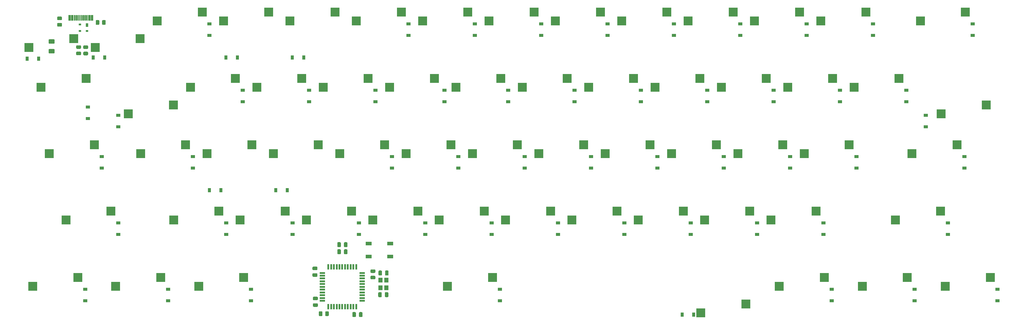
<source format=gbr>
%TF.GenerationSoftware,KiCad,Pcbnew,(5.1.10)-1*%
%TF.CreationDate,2021-07-03T15:19:39+09:00*%
%TF.ProjectId,pcb,7063622e-6b69-4636-9164-5f7063625858,rev?*%
%TF.SameCoordinates,Original*%
%TF.FileFunction,Paste,Bot*%
%TF.FilePolarity,Positive*%
%FSLAX46Y46*%
G04 Gerber Fmt 4.6, Leading zero omitted, Abs format (unit mm)*
G04 Created by KiCad (PCBNEW (5.1.10)-1) date 2021-07-03 15:19:39*
%MOMM*%
%LPD*%
G01*
G04 APERTURE LIST*
%ADD10R,1.200000X1.400000*%
%ADD11R,1.500000X0.550000*%
%ADD12R,0.550000X1.500000*%
%ADD13R,0.700000X1.000000*%
%ADD14R,0.700000X0.600000*%
%ADD15R,1.800000X1.100000*%
%ADD16R,2.550000X2.500000*%
%ADD17R,1.200000X0.900000*%
%ADD18R,0.900000X1.200000*%
G04 APERTURE END LIST*
D10*
%TO.C,Y1*%
X130104250Y-107399000D03*
X130104250Y-105199000D03*
X128404250Y-105199000D03*
X128404250Y-107399000D03*
%TD*%
%TO.C,USB1*%
G36*
G01*
X45293000Y-30645000D02*
X45293000Y-29195000D01*
G75*
G02*
X45343000Y-29145000I50000J0D01*
G01*
X45943000Y-29145000D01*
G75*
G02*
X45993000Y-29195000I0J-50000D01*
G01*
X45993000Y-30645000D01*
G75*
G02*
X45943000Y-30695000I-50000J0D01*
G01*
X45343000Y-30695000D01*
G75*
G02*
X45293000Y-30645000I0J50000D01*
G01*
G37*
G36*
G01*
X38843000Y-30645000D02*
X38843000Y-29195000D01*
G75*
G02*
X38893000Y-29145000I50000J0D01*
G01*
X39493000Y-29145000D01*
G75*
G02*
X39543000Y-29195000I0J-50000D01*
G01*
X39543000Y-30645000D01*
G75*
G02*
X39493000Y-30695000I-50000J0D01*
G01*
X38893000Y-30695000D01*
G75*
G02*
X38843000Y-30645000I0J50000D01*
G01*
G37*
G36*
G01*
X44518000Y-30645000D02*
X44518000Y-29195000D01*
G75*
G02*
X44568000Y-29145000I50000J0D01*
G01*
X45168000Y-29145000D01*
G75*
G02*
X45218000Y-29195000I0J-50000D01*
G01*
X45218000Y-30645000D01*
G75*
G02*
X45168000Y-30695000I-50000J0D01*
G01*
X44568000Y-30695000D01*
G75*
G02*
X44518000Y-30645000I0J50000D01*
G01*
G37*
G36*
G01*
X39618000Y-30645000D02*
X39618000Y-29195000D01*
G75*
G02*
X39668000Y-29145000I50000J0D01*
G01*
X40268000Y-29145000D01*
G75*
G02*
X40318000Y-29195000I0J-50000D01*
G01*
X40318000Y-30645000D01*
G75*
G02*
X40268000Y-30695000I-50000J0D01*
G01*
X39668000Y-30695000D01*
G75*
G02*
X39618000Y-30645000I0J50000D01*
G01*
G37*
G36*
G01*
X40468000Y-30645000D02*
X40468000Y-29195000D01*
G75*
G02*
X40518000Y-29145000I50000J0D01*
G01*
X40818000Y-29145000D01*
G75*
G02*
X40868000Y-29195000I0J-50000D01*
G01*
X40868000Y-30645000D01*
G75*
G02*
X40818000Y-30695000I-50000J0D01*
G01*
X40518000Y-30695000D01*
G75*
G02*
X40468000Y-30645000I0J50000D01*
G01*
G37*
G36*
G01*
X43968000Y-30645000D02*
X43968000Y-29195000D01*
G75*
G02*
X44018000Y-29145000I50000J0D01*
G01*
X44318000Y-29145000D01*
G75*
G02*
X44368000Y-29195000I0J-50000D01*
G01*
X44368000Y-30645000D01*
G75*
G02*
X44318000Y-30695000I-50000J0D01*
G01*
X44018000Y-30695000D01*
G75*
G02*
X43968000Y-30645000I0J50000D01*
G01*
G37*
G36*
G01*
X40968000Y-30645000D02*
X40968000Y-29195000D01*
G75*
G02*
X41018000Y-29145000I50000J0D01*
G01*
X41318000Y-29145000D01*
G75*
G02*
X41368000Y-29195000I0J-50000D01*
G01*
X41368000Y-30645000D01*
G75*
G02*
X41318000Y-30695000I-50000J0D01*
G01*
X41018000Y-30695000D01*
G75*
G02*
X40968000Y-30645000I0J50000D01*
G01*
G37*
G36*
G01*
X43468000Y-30645000D02*
X43468000Y-29195000D01*
G75*
G02*
X43518000Y-29145000I50000J0D01*
G01*
X43818000Y-29145000D01*
G75*
G02*
X43868000Y-29195000I0J-50000D01*
G01*
X43868000Y-30645000D01*
G75*
G02*
X43818000Y-30695000I-50000J0D01*
G01*
X43518000Y-30695000D01*
G75*
G02*
X43468000Y-30645000I0J50000D01*
G01*
G37*
G36*
G01*
X41468000Y-30645000D02*
X41468000Y-29195000D01*
G75*
G02*
X41518000Y-29145000I50000J0D01*
G01*
X41818000Y-29145000D01*
G75*
G02*
X41868000Y-29195000I0J-50000D01*
G01*
X41868000Y-30645000D01*
G75*
G02*
X41818000Y-30695000I-50000J0D01*
G01*
X41518000Y-30695000D01*
G75*
G02*
X41468000Y-30645000I0J50000D01*
G01*
G37*
G36*
G01*
X42968000Y-30645000D02*
X42968000Y-29195000D01*
G75*
G02*
X43018000Y-29145000I50000J0D01*
G01*
X43318000Y-29145000D01*
G75*
G02*
X43368000Y-29195000I0J-50000D01*
G01*
X43368000Y-30645000D01*
G75*
G02*
X43318000Y-30695000I-50000J0D01*
G01*
X43018000Y-30695000D01*
G75*
G02*
X42968000Y-30645000I0J50000D01*
G01*
G37*
G36*
G01*
X42468000Y-30645000D02*
X42468000Y-29195000D01*
G75*
G02*
X42518000Y-29145000I50000J0D01*
G01*
X42818000Y-29145000D01*
G75*
G02*
X42868000Y-29195000I0J-50000D01*
G01*
X42868000Y-30645000D01*
G75*
G02*
X42818000Y-30695000I-50000J0D01*
G01*
X42518000Y-30695000D01*
G75*
G02*
X42468000Y-30645000I0J50000D01*
G01*
G37*
G36*
G01*
X41968000Y-30645000D02*
X41968000Y-29195000D01*
G75*
G02*
X42018000Y-29145000I50000J0D01*
G01*
X42318000Y-29145000D01*
G75*
G02*
X42368000Y-29195000I0J-50000D01*
G01*
X42368000Y-30645000D01*
G75*
G02*
X42318000Y-30695000I-50000J0D01*
G01*
X42018000Y-30695000D01*
G75*
G02*
X41968000Y-30645000I0J50000D01*
G01*
G37*
%TD*%
D11*
%TO.C,U2*%
X111775000Y-103156250D03*
X111775000Y-103956250D03*
X111775000Y-104756250D03*
X111775000Y-105556250D03*
X111775000Y-106356250D03*
X111775000Y-107156250D03*
X111775000Y-107956250D03*
X111775000Y-108756250D03*
X111775000Y-109556250D03*
X111775000Y-110356250D03*
X111775000Y-111156250D03*
D12*
X113475000Y-112856250D03*
X114275000Y-112856250D03*
X115075000Y-112856250D03*
X115875000Y-112856250D03*
X116675000Y-112856250D03*
X117475000Y-112856250D03*
X118275000Y-112856250D03*
X119075000Y-112856250D03*
X119875000Y-112856250D03*
X120675000Y-112856250D03*
X121475000Y-112856250D03*
D11*
X123175000Y-111156250D03*
X123175000Y-110356250D03*
X123175000Y-109556250D03*
X123175000Y-108756250D03*
X123175000Y-107956250D03*
X123175000Y-107156250D03*
X123175000Y-106356250D03*
X123175000Y-105556250D03*
X123175000Y-104756250D03*
X123175000Y-103956250D03*
X123175000Y-103156250D03*
D12*
X121475000Y-101456250D03*
X120675000Y-101456250D03*
X119875000Y-101456250D03*
X119075000Y-101456250D03*
X118275000Y-101456250D03*
X117475000Y-101456250D03*
X116675000Y-101456250D03*
X115875000Y-101456250D03*
X115075000Y-101456250D03*
X114275000Y-101456250D03*
X113475000Y-101456250D03*
%TD*%
D13*
%TO.C,U1*%
X44164000Y-32013500D03*
D14*
X42164000Y-31813500D03*
X44164000Y-33713500D03*
X42164000Y-33713500D03*
%TD*%
D15*
%TO.C,SW1*%
X125074750Y-94733500D03*
X131274750Y-98433500D03*
X125074750Y-98433500D03*
X131274750Y-94733500D03*
%TD*%
%TO.C,R6*%
G36*
G01*
X112572750Y-115321501D02*
X112572750Y-114421499D01*
G75*
G02*
X112822749Y-114171500I249999J0D01*
G01*
X113347751Y-114171500D01*
G75*
G02*
X113597750Y-114421499I0J-249999D01*
G01*
X113597750Y-115321501D01*
G75*
G02*
X113347751Y-115571500I-249999J0D01*
G01*
X112822749Y-115571500D01*
G75*
G02*
X112572750Y-115321501I0J249999D01*
G01*
G37*
G36*
G01*
X110747750Y-115321501D02*
X110747750Y-114421499D01*
G75*
G02*
X110997749Y-114171500I249999J0D01*
G01*
X111522751Y-114171500D01*
G75*
G02*
X111772750Y-114421499I0J-249999D01*
G01*
X111772750Y-115321501D01*
G75*
G02*
X111522751Y-115571500I-249999J0D01*
G01*
X110997749Y-115571500D01*
G75*
G02*
X110747750Y-115321501I0J249999D01*
G01*
G37*
%TD*%
%TO.C,R5*%
G36*
G01*
X126719751Y-103168500D02*
X125819749Y-103168500D01*
G75*
G02*
X125569750Y-102918501I0J249999D01*
G01*
X125569750Y-102393499D01*
G75*
G02*
X125819749Y-102143500I249999J0D01*
G01*
X126719751Y-102143500D01*
G75*
G02*
X126969750Y-102393499I0J-249999D01*
G01*
X126969750Y-102918501D01*
G75*
G02*
X126719751Y-103168500I-249999J0D01*
G01*
G37*
G36*
G01*
X126719751Y-104993500D02*
X125819749Y-104993500D01*
G75*
G02*
X125569750Y-104743501I0J249999D01*
G01*
X125569750Y-104218499D01*
G75*
G02*
X125819749Y-103968500I249999J0D01*
G01*
X126719751Y-103968500D01*
G75*
G02*
X126969750Y-104218499I0J-249999D01*
G01*
X126969750Y-104743501D01*
G75*
G02*
X126719751Y-104993500I-249999J0D01*
G01*
G37*
%TD*%
%TO.C,R4*%
G36*
G01*
X44265001Y-38843000D02*
X43364999Y-38843000D01*
G75*
G02*
X43115000Y-38593001I0J249999D01*
G01*
X43115000Y-38067999D01*
G75*
G02*
X43364999Y-37818000I249999J0D01*
G01*
X44265001Y-37818000D01*
G75*
G02*
X44515000Y-38067999I0J-249999D01*
G01*
X44515000Y-38593001D01*
G75*
G02*
X44265001Y-38843000I-249999J0D01*
G01*
G37*
G36*
G01*
X44265001Y-40668000D02*
X43364999Y-40668000D01*
G75*
G02*
X43115000Y-40418001I0J249999D01*
G01*
X43115000Y-39892999D01*
G75*
G02*
X43364999Y-39643000I249999J0D01*
G01*
X44265001Y-39643000D01*
G75*
G02*
X44515000Y-39892999I0J-249999D01*
G01*
X44515000Y-40418001D01*
G75*
G02*
X44265001Y-40668000I-249999J0D01*
G01*
G37*
%TD*%
%TO.C,R3*%
G36*
G01*
X42233001Y-38819500D02*
X41332999Y-38819500D01*
G75*
G02*
X41083000Y-38569501I0J249999D01*
G01*
X41083000Y-38044499D01*
G75*
G02*
X41332999Y-37794500I249999J0D01*
G01*
X42233001Y-37794500D01*
G75*
G02*
X42483000Y-38044499I0J-249999D01*
G01*
X42483000Y-38569501D01*
G75*
G02*
X42233001Y-38819500I-249999J0D01*
G01*
G37*
G36*
G01*
X42233001Y-40644500D02*
X41332999Y-40644500D01*
G75*
G02*
X41083000Y-40394501I0J249999D01*
G01*
X41083000Y-39869499D01*
G75*
G02*
X41332999Y-39619500I249999J0D01*
G01*
X42233001Y-39619500D01*
G75*
G02*
X42483000Y-39869499I0J-249999D01*
G01*
X42483000Y-40394501D01*
G75*
G02*
X42233001Y-40644500I-249999J0D01*
G01*
G37*
%TD*%
%TO.C,R2*%
G36*
G01*
X47733000Y-30791999D02*
X47733000Y-31692001D01*
G75*
G02*
X47483001Y-31942000I-249999J0D01*
G01*
X46957999Y-31942000D01*
G75*
G02*
X46708000Y-31692001I0J249999D01*
G01*
X46708000Y-30791999D01*
G75*
G02*
X46957999Y-30542000I249999J0D01*
G01*
X47483001Y-30542000D01*
G75*
G02*
X47733000Y-30791999I0J-249999D01*
G01*
G37*
G36*
G01*
X49558000Y-30791999D02*
X49558000Y-31692001D01*
G75*
G02*
X49308001Y-31942000I-249999J0D01*
G01*
X48782999Y-31942000D01*
G75*
G02*
X48533000Y-31692001I0J249999D01*
G01*
X48533000Y-30791999D01*
G75*
G02*
X48782999Y-30542000I249999J0D01*
G01*
X49308001Y-30542000D01*
G75*
G02*
X49558000Y-30791999I0J-249999D01*
G01*
G37*
%TD*%
%TO.C,R1*%
G36*
G01*
X35871999Y-31388000D02*
X36772001Y-31388000D01*
G75*
G02*
X37022000Y-31637999I0J-249999D01*
G01*
X37022000Y-32163001D01*
G75*
G02*
X36772001Y-32413000I-249999J0D01*
G01*
X35871999Y-32413000D01*
G75*
G02*
X35622000Y-32163001I0J249999D01*
G01*
X35622000Y-31637999D01*
G75*
G02*
X35871999Y-31388000I249999J0D01*
G01*
G37*
G36*
G01*
X35871999Y-29563000D02*
X36772001Y-29563000D01*
G75*
G02*
X37022000Y-29812999I0J-249999D01*
G01*
X37022000Y-30338001D01*
G75*
G02*
X36772001Y-30588000I-249999J0D01*
G01*
X35871999Y-30588000D01*
G75*
G02*
X35622000Y-30338001I0J249999D01*
G01*
X35622000Y-29812999D01*
G75*
G02*
X35871999Y-29563000I249999J0D01*
G01*
G37*
%TD*%
D16*
%TO.C,MX61*%
X303498250Y-104457500D03*
X290571250Y-106997500D03*
%TD*%
%TO.C,MX60*%
X289210750Y-85407500D03*
X276283750Y-87947500D03*
%TD*%
%TO.C,MX59*%
X293973250Y-66357500D03*
X281046250Y-68897500D03*
%TD*%
%TO.C,MX58*%
X289433000Y-57467500D03*
X302360000Y-54927500D03*
%TD*%
%TO.C,MX57*%
X296354500Y-28257500D03*
X283427500Y-30797500D03*
%TD*%
%TO.C,MX56*%
X279685750Y-104457500D03*
X266758750Y-106997500D03*
%TD*%
%TO.C,MX55*%
X277304500Y-47307500D03*
X264377500Y-49847500D03*
%TD*%
%TO.C,MX54*%
X267779500Y-28257500D03*
X254852500Y-30797500D03*
%TD*%
%TO.C,MX53*%
X255873250Y-104457500D03*
X242946250Y-106997500D03*
%TD*%
%TO.C,MX52*%
X253492000Y-85407500D03*
X240565000Y-87947500D03*
%TD*%
%TO.C,MX51*%
X263017000Y-66357500D03*
X250090000Y-68897500D03*
%TD*%
%TO.C,MX50*%
X258254500Y-47307500D03*
X245327500Y-49847500D03*
%TD*%
%TO.C,MX49*%
X248729500Y-28257500D03*
X235802500Y-30797500D03*
%TD*%
%TO.C,MX48*%
X220376750Y-114617500D03*
X233303750Y-112077500D03*
%TD*%
%TO.C,MX47*%
X234442000Y-85407500D03*
X221515000Y-87947500D03*
%TD*%
%TO.C,MX46*%
X243967000Y-66357500D03*
X231040000Y-68897500D03*
%TD*%
%TO.C,MX45*%
X239204500Y-47307500D03*
X226277500Y-49847500D03*
%TD*%
%TO.C,MX44*%
X229679500Y-28257500D03*
X216752500Y-30797500D03*
%TD*%
%TO.C,MX43*%
X215392000Y-85407500D03*
X202465000Y-87947500D03*
%TD*%
%TO.C,MX42*%
X224917000Y-66357500D03*
X211990000Y-68897500D03*
%TD*%
%TO.C,MX41*%
X220154500Y-47307500D03*
X207227500Y-49847500D03*
%TD*%
%TO.C,MX40*%
X210629500Y-28257500D03*
X197702500Y-30797500D03*
%TD*%
%TO.C,MX39*%
X196342000Y-85407500D03*
X183415000Y-87947500D03*
%TD*%
%TO.C,MX38*%
X205867000Y-66357500D03*
X192940000Y-68897500D03*
%TD*%
%TO.C,MX37*%
X201104500Y-47307500D03*
X188177500Y-49847500D03*
%TD*%
%TO.C,MX36*%
X191579500Y-28257500D03*
X178652500Y-30797500D03*
%TD*%
%TO.C,MX35*%
X177292000Y-85407500D03*
X164365000Y-87947500D03*
%TD*%
%TO.C,MX34*%
X186817000Y-66357500D03*
X173890000Y-68897500D03*
%TD*%
%TO.C,MX33*%
X182054500Y-47307500D03*
X169127500Y-49847500D03*
%TD*%
%TO.C,MX32*%
X172529500Y-28257500D03*
X159602500Y-30797500D03*
%TD*%
%TO.C,MX31*%
X160623250Y-104457500D03*
X147696250Y-106997500D03*
%TD*%
%TO.C,MX30*%
X158242000Y-85407500D03*
X145315000Y-87947500D03*
%TD*%
%TO.C,MX29*%
X167767000Y-66357500D03*
X154840000Y-68897500D03*
%TD*%
%TO.C,MX28*%
X163004500Y-47307500D03*
X150077500Y-49847500D03*
%TD*%
%TO.C,MX27*%
X153479500Y-28257500D03*
X140552500Y-30797500D03*
%TD*%
%TO.C,MX26*%
X139192000Y-85407500D03*
X126265000Y-87947500D03*
%TD*%
%TO.C,MX25*%
X148717000Y-66357500D03*
X135790000Y-68897500D03*
%TD*%
%TO.C,MX24*%
X143954500Y-47307500D03*
X131027500Y-49847500D03*
%TD*%
%TO.C,MX23*%
X134429500Y-28257500D03*
X121502500Y-30797500D03*
%TD*%
%TO.C,MX22*%
X120142000Y-85407500D03*
X107215000Y-87947500D03*
%TD*%
%TO.C,MX21*%
X129667000Y-66357500D03*
X116740000Y-68897500D03*
%TD*%
%TO.C,MX20*%
X124904500Y-47307500D03*
X111977500Y-49847500D03*
%TD*%
%TO.C,MX19*%
X115379500Y-28257500D03*
X102452500Y-30797500D03*
%TD*%
%TO.C,MX18*%
X101092000Y-85407500D03*
X88165000Y-87947500D03*
%TD*%
%TO.C,MX17*%
X110617000Y-66357500D03*
X97690000Y-68897500D03*
%TD*%
%TO.C,MX16*%
X105854500Y-47307500D03*
X92927500Y-49847500D03*
%TD*%
%TO.C,MX15*%
X96329500Y-28257500D03*
X83402500Y-30797500D03*
%TD*%
%TO.C,MX14*%
X89185750Y-104457500D03*
X76258750Y-106997500D03*
%TD*%
%TO.C,MX13*%
X82042000Y-85407500D03*
X69115000Y-87947500D03*
%TD*%
%TO.C,MX12*%
X91567000Y-66357500D03*
X78640000Y-68897500D03*
%TD*%
%TO.C,MX11*%
X86804500Y-47307500D03*
X73877500Y-49847500D03*
%TD*%
%TO.C,MX10*%
X77279500Y-28257500D03*
X64352500Y-30797500D03*
%TD*%
%TO.C,MX9*%
X65373250Y-104457500D03*
X52446250Y-106997500D03*
%TD*%
%TO.C,MX8*%
X72517000Y-66357500D03*
X59590000Y-68897500D03*
%TD*%
%TO.C,MX7*%
X56070500Y-57467500D03*
X68997500Y-54927500D03*
%TD*%
%TO.C,MX6*%
X46545500Y-38417500D03*
X59472500Y-35877500D03*
%TD*%
%TO.C,MX5*%
X41560750Y-104457500D03*
X28633750Y-106997500D03*
%TD*%
%TO.C,MX4*%
X51085750Y-85407500D03*
X38158750Y-87947500D03*
%TD*%
%TO.C,MX3*%
X46323250Y-66357500D03*
X33396250Y-68897500D03*
%TD*%
%TO.C,MX2*%
X43942000Y-47307500D03*
X31015000Y-49847500D03*
%TD*%
%TO.C,MX1*%
X27495500Y-38417500D03*
X40422500Y-35877500D03*
%TD*%
%TO.C,F1*%
G36*
G01*
X34661000Y-37325000D02*
X33411000Y-37325000D01*
G75*
G02*
X33161000Y-37075000I0J250000D01*
G01*
X33161000Y-36325000D01*
G75*
G02*
X33411000Y-36075000I250000J0D01*
G01*
X34661000Y-36075000D01*
G75*
G02*
X34911000Y-36325000I0J-250000D01*
G01*
X34911000Y-37075000D01*
G75*
G02*
X34661000Y-37325000I-250000J0D01*
G01*
G37*
G36*
G01*
X34661000Y-40125000D02*
X33411000Y-40125000D01*
G75*
G02*
X33161000Y-39875000I0J250000D01*
G01*
X33161000Y-39125000D01*
G75*
G02*
X33411000Y-38875000I250000J0D01*
G01*
X34661000Y-38875000D01*
G75*
G02*
X34911000Y-39125000I0J-250000D01*
G01*
X34911000Y-39875000D01*
G75*
G02*
X34661000Y-40125000I-250000J0D01*
G01*
G37*
%TD*%
D17*
%TO.C,D61*%
X305593750Y-107887500D03*
X305593750Y-111187500D03*
%TD*%
%TO.C,D60*%
X291306250Y-88837500D03*
X291306250Y-92137500D03*
%TD*%
%TO.C,D59*%
X296068750Y-69787500D03*
X296068750Y-73087500D03*
%TD*%
%TO.C,D58*%
X284956250Y-57881250D03*
X284956250Y-61181250D03*
%TD*%
%TO.C,D57*%
X298450000Y-31687500D03*
X298450000Y-34987500D03*
%TD*%
%TO.C,D56*%
X281781250Y-107887500D03*
X281781250Y-111187500D03*
%TD*%
%TO.C,D55*%
X279400000Y-50737500D03*
X279400000Y-54037500D03*
%TD*%
%TO.C,D54*%
X269875000Y-31687500D03*
X269875000Y-34987500D03*
%TD*%
%TO.C,D53*%
X257968750Y-107887500D03*
X257968750Y-111187500D03*
%TD*%
%TO.C,D52*%
X255587500Y-88837500D03*
X255587500Y-92137500D03*
%TD*%
%TO.C,D51*%
X265112500Y-69787500D03*
X265112500Y-73087500D03*
%TD*%
%TO.C,D50*%
X260350000Y-50737500D03*
X260350000Y-54037500D03*
%TD*%
%TO.C,D49*%
X250825000Y-31687500D03*
X250825000Y-34987500D03*
%TD*%
D18*
%TO.C,D48*%
X218343750Y-115093750D03*
X215043750Y-115093750D03*
%TD*%
D17*
%TO.C,D47*%
X236537500Y-88837500D03*
X236537500Y-92137500D03*
%TD*%
%TO.C,D46*%
X246062500Y-69787500D03*
X246062500Y-73087500D03*
%TD*%
%TO.C,D45*%
X241300000Y-50737500D03*
X241300000Y-54037500D03*
%TD*%
%TO.C,D44*%
X231775000Y-31687500D03*
X231775000Y-34987500D03*
%TD*%
%TO.C,D43*%
X217487500Y-88837500D03*
X217487500Y-92137500D03*
%TD*%
%TO.C,D42*%
X227012500Y-69787500D03*
X227012500Y-73087500D03*
%TD*%
%TO.C,D41*%
X222250000Y-50737500D03*
X222250000Y-54037500D03*
%TD*%
%TO.C,D40*%
X212725000Y-31687500D03*
X212725000Y-34987500D03*
%TD*%
%TO.C,D39*%
X198437500Y-88837500D03*
X198437500Y-92137500D03*
%TD*%
%TO.C,D38*%
X207962500Y-69787500D03*
X207962500Y-73087500D03*
%TD*%
%TO.C,D37*%
X203200000Y-50737500D03*
X203200000Y-54037500D03*
%TD*%
%TO.C,D36*%
X193675000Y-31687500D03*
X193675000Y-34987500D03*
%TD*%
%TO.C,D35*%
X179387500Y-88837500D03*
X179387500Y-92137500D03*
%TD*%
%TO.C,D34*%
X188912500Y-69787500D03*
X188912500Y-73087500D03*
%TD*%
%TO.C,D33*%
X184150000Y-50737500D03*
X184150000Y-54037500D03*
%TD*%
%TO.C,D32*%
X174625000Y-31687500D03*
X174625000Y-34987500D03*
%TD*%
%TO.C,D31*%
X162718750Y-107887500D03*
X162718750Y-111187500D03*
%TD*%
%TO.C,D30*%
X160337500Y-88837500D03*
X160337500Y-92137500D03*
%TD*%
%TO.C,D29*%
X169862500Y-69787500D03*
X169862500Y-73087500D03*
%TD*%
%TO.C,D28*%
X165100000Y-50737500D03*
X165100000Y-54037500D03*
%TD*%
%TO.C,D27*%
X155575000Y-31687500D03*
X155575000Y-34987500D03*
%TD*%
%TO.C,D26*%
X141287500Y-88837500D03*
X141287500Y-92137500D03*
%TD*%
%TO.C,D25*%
X150812500Y-69787500D03*
X150812500Y-73087500D03*
%TD*%
%TO.C,D24*%
X146843750Y-50737500D03*
X146843750Y-54037500D03*
%TD*%
%TO.C,D23*%
X136525000Y-31687500D03*
X136525000Y-34987500D03*
%TD*%
%TO.C,D22*%
X122237500Y-88837500D03*
X122237500Y-92137500D03*
%TD*%
%TO.C,D21*%
X131762500Y-69787500D03*
X131762500Y-73087500D03*
%TD*%
%TO.C,D20*%
X127000000Y-50737500D03*
X127000000Y-54037500D03*
%TD*%
D18*
%TO.C,D19*%
X103125000Y-41275000D03*
X106425000Y-41275000D03*
%TD*%
D17*
%TO.C,D18*%
X103187500Y-88837500D03*
X103187500Y-92137500D03*
%TD*%
D18*
%TO.C,D17*%
X98362500Y-79375000D03*
X101662500Y-79375000D03*
%TD*%
D17*
%TO.C,D16*%
X107950000Y-50737500D03*
X107950000Y-54037500D03*
%TD*%
D18*
%TO.C,D15*%
X84075000Y-41275000D03*
X87375000Y-41275000D03*
%TD*%
D17*
%TO.C,D14*%
X91281250Y-107887500D03*
X91281250Y-111187500D03*
%TD*%
%TO.C,D13*%
X84137500Y-88837500D03*
X84137500Y-92137500D03*
%TD*%
D18*
%TO.C,D12*%
X79312500Y-79375000D03*
X82612500Y-79375000D03*
%TD*%
D17*
%TO.C,D11*%
X88900000Y-50737500D03*
X88900000Y-54037500D03*
%TD*%
%TO.C,D10*%
X79375000Y-31687500D03*
X79375000Y-34987500D03*
%TD*%
%TO.C,D9*%
X67468750Y-107887500D03*
X67468750Y-111187500D03*
%TD*%
%TO.C,D8*%
X74612500Y-69787500D03*
X74612500Y-73087500D03*
%TD*%
%TO.C,D7*%
X53181250Y-57881250D03*
X53181250Y-61181250D03*
%TD*%
D18*
%TO.C,D6*%
X45975000Y-41275000D03*
X49275000Y-41275000D03*
%TD*%
D17*
%TO.C,D5*%
X43656250Y-107887500D03*
X43656250Y-111187500D03*
%TD*%
%TO.C,D4*%
X53181250Y-88837500D03*
X53181250Y-92137500D03*
%TD*%
%TO.C,D3*%
X48418750Y-69787500D03*
X48418750Y-73087500D03*
%TD*%
%TO.C,D2*%
X44450000Y-55500000D03*
X44450000Y-58800000D03*
%TD*%
D18*
%TO.C,D1*%
X26987500Y-41656000D03*
X30287500Y-41656000D03*
%TD*%
%TO.C,C7*%
G36*
G01*
X117056750Y-94584500D02*
X117056750Y-95534500D01*
G75*
G02*
X116806750Y-95784500I-250000J0D01*
G01*
X116306750Y-95784500D01*
G75*
G02*
X116056750Y-95534500I0J250000D01*
G01*
X116056750Y-94584500D01*
G75*
G02*
X116306750Y-94334500I250000J0D01*
G01*
X116806750Y-94334500D01*
G75*
G02*
X117056750Y-94584500I0J-250000D01*
G01*
G37*
G36*
G01*
X118956750Y-94584500D02*
X118956750Y-95534500D01*
G75*
G02*
X118706750Y-95784500I-250000J0D01*
G01*
X118206750Y-95784500D01*
G75*
G02*
X117956750Y-95534500I0J250000D01*
G01*
X117956750Y-94584500D01*
G75*
G02*
X118206750Y-94334500I250000J0D01*
G01*
X118706750Y-94334500D01*
G75*
G02*
X118956750Y-94584500I0J-250000D01*
G01*
G37*
%TD*%
%TO.C,C6*%
G36*
G01*
X122274750Y-115600500D02*
X122274750Y-114650500D01*
G75*
G02*
X122524750Y-114400500I250000J0D01*
G01*
X123024750Y-114400500D01*
G75*
G02*
X123274750Y-114650500I0J-250000D01*
G01*
X123274750Y-115600500D01*
G75*
G02*
X123024750Y-115850500I-250000J0D01*
G01*
X122524750Y-115850500D01*
G75*
G02*
X122274750Y-115600500I0J250000D01*
G01*
G37*
G36*
G01*
X120374750Y-115600500D02*
X120374750Y-114650500D01*
G75*
G02*
X120624750Y-114400500I250000J0D01*
G01*
X121124750Y-114400500D01*
G75*
G02*
X121374750Y-114650500I0J-250000D01*
G01*
X121374750Y-115600500D01*
G75*
G02*
X121124750Y-115850500I-250000J0D01*
G01*
X120624750Y-115850500D01*
G75*
G02*
X120374750Y-115600500I0J250000D01*
G01*
G37*
%TD*%
%TO.C,C5*%
G36*
G01*
X117056750Y-96616500D02*
X117056750Y-97566500D01*
G75*
G02*
X116806750Y-97816500I-250000J0D01*
G01*
X116306750Y-97816500D01*
G75*
G02*
X116056750Y-97566500I0J250000D01*
G01*
X116056750Y-96616500D01*
G75*
G02*
X116306750Y-96366500I250000J0D01*
G01*
X116806750Y-96366500D01*
G75*
G02*
X117056750Y-96616500I0J-250000D01*
G01*
G37*
G36*
G01*
X118956750Y-96616500D02*
X118956750Y-97566500D01*
G75*
G02*
X118706750Y-97816500I-250000J0D01*
G01*
X118206750Y-97816500D01*
G75*
G02*
X117956750Y-97566500I0J250000D01*
G01*
X117956750Y-96616500D01*
G75*
G02*
X118206750Y-96366500I250000J0D01*
G01*
X118706750Y-96366500D01*
G75*
G02*
X118956750Y-96616500I0J-250000D01*
G01*
G37*
%TD*%
%TO.C,C4*%
G36*
G01*
X109157750Y-103256500D02*
X110107750Y-103256500D01*
G75*
G02*
X110357750Y-103506500I0J-250000D01*
G01*
X110357750Y-104006500D01*
G75*
G02*
X110107750Y-104256500I-250000J0D01*
G01*
X109157750Y-104256500D01*
G75*
G02*
X108907750Y-104006500I0J250000D01*
G01*
X108907750Y-103506500D01*
G75*
G02*
X109157750Y-103256500I250000J0D01*
G01*
G37*
G36*
G01*
X109157750Y-101356500D02*
X110107750Y-101356500D01*
G75*
G02*
X110357750Y-101606500I0J-250000D01*
G01*
X110357750Y-102106500D01*
G75*
G02*
X110107750Y-102356500I-250000J0D01*
G01*
X109157750Y-102356500D01*
G75*
G02*
X108907750Y-102106500I0J250000D01*
G01*
X108907750Y-101606500D01*
G75*
G02*
X109157750Y-101356500I250000J0D01*
G01*
G37*
%TD*%
%TO.C,C3*%
G36*
G01*
X110234750Y-110992500D02*
X109284750Y-110992500D01*
G75*
G02*
X109034750Y-110742500I0J250000D01*
G01*
X109034750Y-110242500D01*
G75*
G02*
X109284750Y-109992500I250000J0D01*
G01*
X110234750Y-109992500D01*
G75*
G02*
X110484750Y-110242500I0J-250000D01*
G01*
X110484750Y-110742500D01*
G75*
G02*
X110234750Y-110992500I-250000J0D01*
G01*
G37*
G36*
G01*
X110234750Y-112892500D02*
X109284750Y-112892500D01*
G75*
G02*
X109034750Y-112642500I0J250000D01*
G01*
X109034750Y-112142500D01*
G75*
G02*
X109284750Y-111892500I250000J0D01*
G01*
X110234750Y-111892500D01*
G75*
G02*
X110484750Y-112142500I0J-250000D01*
G01*
X110484750Y-112642500D01*
G75*
G02*
X110234750Y-112892500I-250000J0D01*
G01*
G37*
%TD*%
%TO.C,C2*%
G36*
G01*
X128867750Y-102712500D02*
X128867750Y-103662500D01*
G75*
G02*
X128617750Y-103912500I-250000J0D01*
G01*
X128117750Y-103912500D01*
G75*
G02*
X127867750Y-103662500I0J250000D01*
G01*
X127867750Y-102712500D01*
G75*
G02*
X128117750Y-102462500I250000J0D01*
G01*
X128617750Y-102462500D01*
G75*
G02*
X128867750Y-102712500I0J-250000D01*
G01*
G37*
G36*
G01*
X130767750Y-102712500D02*
X130767750Y-103662500D01*
G75*
G02*
X130517750Y-103912500I-250000J0D01*
G01*
X130017750Y-103912500D01*
G75*
G02*
X129767750Y-103662500I0J250000D01*
G01*
X129767750Y-102712500D01*
G75*
G02*
X130017750Y-102462500I250000J0D01*
G01*
X130517750Y-102462500D01*
G75*
G02*
X130767750Y-102712500I0J-250000D01*
G01*
G37*
%TD*%
%TO.C,C1*%
G36*
G01*
X129704250Y-109885500D02*
X129704250Y-108935500D01*
G75*
G02*
X129954250Y-108685500I250000J0D01*
G01*
X130454250Y-108685500D01*
G75*
G02*
X130704250Y-108935500I0J-250000D01*
G01*
X130704250Y-109885500D01*
G75*
G02*
X130454250Y-110135500I-250000J0D01*
G01*
X129954250Y-110135500D01*
G75*
G02*
X129704250Y-109885500I0J250000D01*
G01*
G37*
G36*
G01*
X127804250Y-109885500D02*
X127804250Y-108935500D01*
G75*
G02*
X128054250Y-108685500I250000J0D01*
G01*
X128554250Y-108685500D01*
G75*
G02*
X128804250Y-108935500I0J-250000D01*
G01*
X128804250Y-109885500D01*
G75*
G02*
X128554250Y-110135500I-250000J0D01*
G01*
X128054250Y-110135500D01*
G75*
G02*
X127804250Y-109885500I0J250000D01*
G01*
G37*
%TD*%
M02*

</source>
